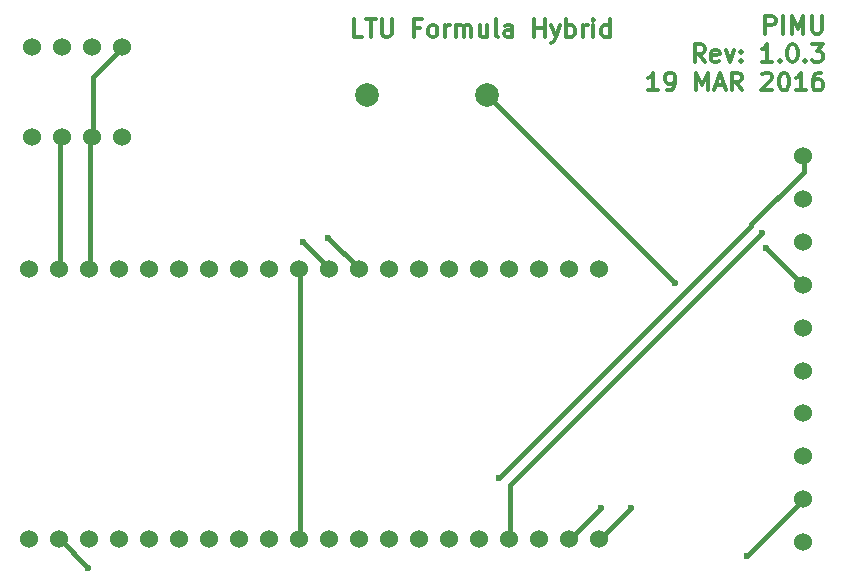
<source format=gtl>
G04 #@! TF.FileFunction,Copper,L1,Top,Signal*
%FSLAX46Y46*%
G04 Gerber Fmt 4.6, Leading zero omitted, Abs format (unit mm)*
G04 Created by KiCad (PCBNEW 4.0.0-rc2-stable) date 3/19/2016 11:55:38 AM*
%MOMM*%
G01*
G04 APERTURE LIST*
%ADD10C,0.600000*%
%ADD11C,0.300000*%
%ADD12C,1.524000*%
%ADD13C,1.998980*%
%ADD14C,0.600000*%
%ADD15C,0.400000*%
G04 APERTURE END LIST*
D10*
D11*
X178655498Y-94780491D02*
X177941212Y-94780491D01*
X177941212Y-93280491D01*
X178941212Y-93280491D02*
X179798355Y-93280491D01*
X179369784Y-94780491D02*
X179369784Y-93280491D01*
X180298355Y-93280491D02*
X180298355Y-94494777D01*
X180369783Y-94637634D01*
X180441212Y-94709063D01*
X180584069Y-94780491D01*
X180869783Y-94780491D01*
X181012641Y-94709063D01*
X181084069Y-94637634D01*
X181155498Y-94494777D01*
X181155498Y-93280491D01*
X183512641Y-93994777D02*
X183012641Y-93994777D01*
X183012641Y-94780491D02*
X183012641Y-93280491D01*
X183726927Y-93280491D01*
X184512641Y-94780491D02*
X184369783Y-94709063D01*
X184298355Y-94637634D01*
X184226926Y-94494777D01*
X184226926Y-94066206D01*
X184298355Y-93923349D01*
X184369783Y-93851920D01*
X184512641Y-93780491D01*
X184726926Y-93780491D01*
X184869783Y-93851920D01*
X184941212Y-93923349D01*
X185012641Y-94066206D01*
X185012641Y-94494777D01*
X184941212Y-94637634D01*
X184869783Y-94709063D01*
X184726926Y-94780491D01*
X184512641Y-94780491D01*
X185655498Y-94780491D02*
X185655498Y-93780491D01*
X185655498Y-94066206D02*
X185726926Y-93923349D01*
X185798355Y-93851920D01*
X185941212Y-93780491D01*
X186084069Y-93780491D01*
X186584069Y-94780491D02*
X186584069Y-93780491D01*
X186584069Y-93923349D02*
X186655497Y-93851920D01*
X186798355Y-93780491D01*
X187012640Y-93780491D01*
X187155497Y-93851920D01*
X187226926Y-93994777D01*
X187226926Y-94780491D01*
X187226926Y-93994777D02*
X187298355Y-93851920D01*
X187441212Y-93780491D01*
X187655497Y-93780491D01*
X187798355Y-93851920D01*
X187869783Y-93994777D01*
X187869783Y-94780491D01*
X189226926Y-93780491D02*
X189226926Y-94780491D01*
X188584069Y-93780491D02*
X188584069Y-94566206D01*
X188655497Y-94709063D01*
X188798355Y-94780491D01*
X189012640Y-94780491D01*
X189155497Y-94709063D01*
X189226926Y-94637634D01*
X190155498Y-94780491D02*
X190012640Y-94709063D01*
X189941212Y-94566206D01*
X189941212Y-93280491D01*
X191369783Y-94780491D02*
X191369783Y-93994777D01*
X191298354Y-93851920D01*
X191155497Y-93780491D01*
X190869783Y-93780491D01*
X190726926Y-93851920D01*
X191369783Y-94709063D02*
X191226926Y-94780491D01*
X190869783Y-94780491D01*
X190726926Y-94709063D01*
X190655497Y-94566206D01*
X190655497Y-94423349D01*
X190726926Y-94280491D01*
X190869783Y-94209063D01*
X191226926Y-94209063D01*
X191369783Y-94137634D01*
X193226926Y-94780491D02*
X193226926Y-93280491D01*
X193226926Y-93994777D02*
X194084069Y-93994777D01*
X194084069Y-94780491D02*
X194084069Y-93280491D01*
X194655498Y-93780491D02*
X195012641Y-94780491D01*
X195369783Y-93780491D02*
X195012641Y-94780491D01*
X194869783Y-95137634D01*
X194798355Y-95209063D01*
X194655498Y-95280491D01*
X195941212Y-94780491D02*
X195941212Y-93280491D01*
X195941212Y-93851920D02*
X196084069Y-93780491D01*
X196369783Y-93780491D01*
X196512640Y-93851920D01*
X196584069Y-93923349D01*
X196655498Y-94066206D01*
X196655498Y-94494777D01*
X196584069Y-94637634D01*
X196512640Y-94709063D01*
X196369783Y-94780491D01*
X196084069Y-94780491D01*
X195941212Y-94709063D01*
X197298355Y-94780491D02*
X197298355Y-93780491D01*
X197298355Y-94066206D02*
X197369783Y-93923349D01*
X197441212Y-93851920D01*
X197584069Y-93780491D01*
X197726926Y-93780491D01*
X198226926Y-94780491D02*
X198226926Y-93780491D01*
X198226926Y-93280491D02*
X198155497Y-93351920D01*
X198226926Y-93423349D01*
X198298354Y-93351920D01*
X198226926Y-93280491D01*
X198226926Y-93423349D01*
X199584069Y-94780491D02*
X199584069Y-93280491D01*
X199584069Y-94709063D02*
X199441212Y-94780491D01*
X199155498Y-94780491D01*
X199012640Y-94709063D01*
X198941212Y-94637634D01*
X198869783Y-94494777D01*
X198869783Y-94066206D01*
X198941212Y-93923349D01*
X199012640Y-93851920D01*
X199155498Y-93780491D01*
X199441212Y-93780491D01*
X199584069Y-93851920D01*
X212789142Y-94503931D02*
X212789142Y-93003931D01*
X213360570Y-93003931D01*
X213503428Y-93075360D01*
X213574856Y-93146789D01*
X213646285Y-93289646D01*
X213646285Y-93503931D01*
X213574856Y-93646789D01*
X213503428Y-93718217D01*
X213360570Y-93789646D01*
X212789142Y-93789646D01*
X214289142Y-94503931D02*
X214289142Y-93003931D01*
X215003428Y-94503931D02*
X215003428Y-93003931D01*
X215503428Y-94075360D01*
X216003428Y-93003931D01*
X216003428Y-94503931D01*
X216717714Y-93003931D02*
X216717714Y-94218217D01*
X216789142Y-94361074D01*
X216860571Y-94432503D01*
X217003428Y-94503931D01*
X217289142Y-94503931D01*
X217432000Y-94432503D01*
X217503428Y-94361074D01*
X217574857Y-94218217D01*
X217574857Y-93003931D01*
X207646287Y-96903931D02*
X207146287Y-96189646D01*
X206789144Y-96903931D02*
X206789144Y-95403931D01*
X207360572Y-95403931D01*
X207503430Y-95475360D01*
X207574858Y-95546789D01*
X207646287Y-95689646D01*
X207646287Y-95903931D01*
X207574858Y-96046789D01*
X207503430Y-96118217D01*
X207360572Y-96189646D01*
X206789144Y-96189646D01*
X208860572Y-96832503D02*
X208717715Y-96903931D01*
X208432001Y-96903931D01*
X208289144Y-96832503D01*
X208217715Y-96689646D01*
X208217715Y-96118217D01*
X208289144Y-95975360D01*
X208432001Y-95903931D01*
X208717715Y-95903931D01*
X208860572Y-95975360D01*
X208932001Y-96118217D01*
X208932001Y-96261074D01*
X208217715Y-96403931D01*
X209432001Y-95903931D02*
X209789144Y-96903931D01*
X210146286Y-95903931D01*
X210717715Y-96761074D02*
X210789143Y-96832503D01*
X210717715Y-96903931D01*
X210646286Y-96832503D01*
X210717715Y-96761074D01*
X210717715Y-96903931D01*
X210717715Y-95975360D02*
X210789143Y-96046789D01*
X210717715Y-96118217D01*
X210646286Y-96046789D01*
X210717715Y-95975360D01*
X210717715Y-96118217D01*
X213360572Y-96903931D02*
X212503429Y-96903931D01*
X212932001Y-96903931D02*
X212932001Y-95403931D01*
X212789144Y-95618217D01*
X212646286Y-95761074D01*
X212503429Y-95832503D01*
X214003429Y-96761074D02*
X214074857Y-96832503D01*
X214003429Y-96903931D01*
X213932000Y-96832503D01*
X214003429Y-96761074D01*
X214003429Y-96903931D01*
X215003429Y-95403931D02*
X215146286Y-95403931D01*
X215289143Y-95475360D01*
X215360572Y-95546789D01*
X215432001Y-95689646D01*
X215503429Y-95975360D01*
X215503429Y-96332503D01*
X215432001Y-96618217D01*
X215360572Y-96761074D01*
X215289143Y-96832503D01*
X215146286Y-96903931D01*
X215003429Y-96903931D01*
X214860572Y-96832503D01*
X214789143Y-96761074D01*
X214717715Y-96618217D01*
X214646286Y-96332503D01*
X214646286Y-95975360D01*
X214717715Y-95689646D01*
X214789143Y-95546789D01*
X214860572Y-95475360D01*
X215003429Y-95403931D01*
X216146286Y-96761074D02*
X216217714Y-96832503D01*
X216146286Y-96903931D01*
X216074857Y-96832503D01*
X216146286Y-96761074D01*
X216146286Y-96903931D01*
X216717715Y-95403931D02*
X217646286Y-95403931D01*
X217146286Y-95975360D01*
X217360572Y-95975360D01*
X217503429Y-96046789D01*
X217574858Y-96118217D01*
X217646286Y-96261074D01*
X217646286Y-96618217D01*
X217574858Y-96761074D01*
X217503429Y-96832503D01*
X217360572Y-96903931D01*
X216932000Y-96903931D01*
X216789143Y-96832503D01*
X216717715Y-96761074D01*
X203717717Y-99303931D02*
X202860574Y-99303931D01*
X203289146Y-99303931D02*
X203289146Y-97803931D01*
X203146289Y-98018217D01*
X203003431Y-98161074D01*
X202860574Y-98232503D01*
X204432002Y-99303931D02*
X204717717Y-99303931D01*
X204860574Y-99232503D01*
X204932002Y-99161074D01*
X205074860Y-98946789D01*
X205146288Y-98661074D01*
X205146288Y-98089646D01*
X205074860Y-97946789D01*
X205003431Y-97875360D01*
X204860574Y-97803931D01*
X204574860Y-97803931D01*
X204432002Y-97875360D01*
X204360574Y-97946789D01*
X204289145Y-98089646D01*
X204289145Y-98446789D01*
X204360574Y-98589646D01*
X204432002Y-98661074D01*
X204574860Y-98732503D01*
X204860574Y-98732503D01*
X205003431Y-98661074D01*
X205074860Y-98589646D01*
X205146288Y-98446789D01*
X206932002Y-99303931D02*
X206932002Y-97803931D01*
X207432002Y-98875360D01*
X207932002Y-97803931D01*
X207932002Y-99303931D01*
X208574859Y-98875360D02*
X209289145Y-98875360D01*
X208432002Y-99303931D02*
X208932002Y-97803931D01*
X209432002Y-99303931D01*
X210789145Y-99303931D02*
X210289145Y-98589646D01*
X209932002Y-99303931D02*
X209932002Y-97803931D01*
X210503430Y-97803931D01*
X210646288Y-97875360D01*
X210717716Y-97946789D01*
X210789145Y-98089646D01*
X210789145Y-98303931D01*
X210717716Y-98446789D01*
X210646288Y-98518217D01*
X210503430Y-98589646D01*
X209932002Y-98589646D01*
X212503430Y-97946789D02*
X212574859Y-97875360D01*
X212717716Y-97803931D01*
X213074859Y-97803931D01*
X213217716Y-97875360D01*
X213289145Y-97946789D01*
X213360573Y-98089646D01*
X213360573Y-98232503D01*
X213289145Y-98446789D01*
X212432002Y-99303931D01*
X213360573Y-99303931D01*
X214289144Y-97803931D02*
X214432001Y-97803931D01*
X214574858Y-97875360D01*
X214646287Y-97946789D01*
X214717716Y-98089646D01*
X214789144Y-98375360D01*
X214789144Y-98732503D01*
X214717716Y-99018217D01*
X214646287Y-99161074D01*
X214574858Y-99232503D01*
X214432001Y-99303931D01*
X214289144Y-99303931D01*
X214146287Y-99232503D01*
X214074858Y-99161074D01*
X214003430Y-99018217D01*
X213932001Y-98732503D01*
X213932001Y-98375360D01*
X214003430Y-98089646D01*
X214074858Y-97946789D01*
X214146287Y-97875360D01*
X214289144Y-97803931D01*
X216217715Y-99303931D02*
X215360572Y-99303931D01*
X215789144Y-99303931D02*
X215789144Y-97803931D01*
X215646287Y-98018217D01*
X215503429Y-98161074D01*
X215360572Y-98232503D01*
X217503429Y-97803931D02*
X217217715Y-97803931D01*
X217074858Y-97875360D01*
X217003429Y-97946789D01*
X216860572Y-98161074D01*
X216789143Y-98446789D01*
X216789143Y-99018217D01*
X216860572Y-99161074D01*
X216932000Y-99232503D01*
X217074858Y-99303931D01*
X217360572Y-99303931D01*
X217503429Y-99232503D01*
X217574858Y-99161074D01*
X217646286Y-99018217D01*
X217646286Y-98661074D01*
X217574858Y-98518217D01*
X217503429Y-98446789D01*
X217360572Y-98375360D01*
X217074858Y-98375360D01*
X216932000Y-98446789D01*
X216860572Y-98518217D01*
X216789143Y-98661074D01*
D12*
X150444200Y-137302240D03*
X152984200Y-137302240D03*
X155524200Y-137302240D03*
X158064200Y-137302240D03*
X160604200Y-137302240D03*
X163144200Y-137302240D03*
X165684200Y-137302240D03*
X168224200Y-137302240D03*
X170764200Y-137302240D03*
X173304200Y-137302240D03*
X175844200Y-137302240D03*
X178384200Y-137302240D03*
X180924200Y-137302240D03*
X183464200Y-137302240D03*
X186004200Y-137302240D03*
X188544200Y-137302240D03*
X191084200Y-137302240D03*
X193624200Y-137302240D03*
X196164200Y-137302240D03*
X198704200Y-137302240D03*
X198704200Y-114442240D03*
X196164200Y-114442240D03*
X193624200Y-114442240D03*
X191084200Y-114442240D03*
X188544200Y-114442240D03*
X186004200Y-114442240D03*
X183464200Y-114442240D03*
X180924200Y-114442240D03*
X178384200Y-114442240D03*
X175844200Y-114442240D03*
X173304200Y-114442240D03*
X170764200Y-114442240D03*
X168224200Y-114442240D03*
X165684200Y-114442240D03*
X163144200Y-114442240D03*
X160604200Y-114442240D03*
X158064200Y-114442240D03*
X155524200Y-114442240D03*
X152984200Y-114442240D03*
X150444200Y-114442240D03*
X150698200Y-103251000D03*
X153238200Y-103251000D03*
X155778200Y-103251000D03*
X158318200Y-103251000D03*
X150698200Y-95631000D03*
X153238200Y-95631000D03*
X155778200Y-95631000D03*
X158318200Y-95631000D03*
X215973660Y-137541000D03*
X215973660Y-133911000D03*
X215973660Y-130281000D03*
X215973660Y-126651000D03*
X215973660Y-123021000D03*
X215973660Y-119391000D03*
X215973660Y-115761000D03*
X215973660Y-112131000D03*
X215973660Y-108501000D03*
X215973660Y-104871000D03*
D13*
X189179200Y-99695000D03*
X179019200Y-99695000D03*
D14*
X155448000Y-139700000D03*
X211201000Y-138684000D03*
X175768000Y-111760000D03*
X173609000Y-112141000D03*
X212852000Y-112649000D03*
X205105000Y-115570000D03*
X212471000Y-111379000D03*
X198882000Y-134620000D03*
X201422000Y-134620000D03*
X190246000Y-132080000D03*
D15*
X173304200Y-114442240D02*
X173355000Y-114427000D01*
X173355000Y-114427000D02*
X173355000Y-137287000D01*
X173355000Y-137287000D02*
X173304200Y-137302240D01*
X158318200Y-95631000D02*
X158369000Y-95631000D01*
X158369000Y-95631000D02*
X155829000Y-98171000D01*
X155829000Y-98171000D02*
X155829000Y-103251000D01*
X155829000Y-103251000D02*
X155778200Y-103251000D01*
X155778200Y-103251000D02*
X155829000Y-103251000D01*
X155829000Y-103251000D02*
X155575000Y-103505000D01*
X155575000Y-103505000D02*
X155575000Y-114427000D01*
X155575000Y-114427000D02*
X155524200Y-114442240D01*
X152984200Y-137302240D02*
X153035000Y-137287000D01*
X153035000Y-137287000D02*
X155448000Y-139700000D01*
X211201000Y-138684000D02*
X216027000Y-133858000D01*
X216027000Y-133858000D02*
X215973660Y-133911000D01*
X178384200Y-114442240D02*
X178435000Y-114427000D01*
X178435000Y-114427000D02*
X175768000Y-111760000D01*
X173609000Y-112141000D02*
X175895000Y-114427000D01*
X175895000Y-114427000D02*
X175844200Y-114442240D01*
X153238200Y-103251000D02*
X153289000Y-103251000D01*
X153289000Y-103251000D02*
X153035000Y-103505000D01*
X153035000Y-103505000D02*
X153035000Y-114427000D01*
X153035000Y-114427000D02*
X152984200Y-114442240D01*
X212852000Y-112649000D02*
X216027000Y-115824000D01*
X216027000Y-115824000D02*
X215973660Y-115761000D01*
X189179200Y-99695000D02*
X189230000Y-99695000D01*
X189230000Y-99695000D02*
X205105000Y-115570000D01*
X212471000Y-111379000D02*
X191135000Y-132715000D01*
X191135000Y-132715000D02*
X191135000Y-137287000D01*
X191135000Y-137287000D02*
X191084200Y-137302240D01*
X196164200Y-137302240D02*
X196215000Y-137287000D01*
X196215000Y-137287000D02*
X198882000Y-134620000D01*
X198704200Y-137302240D02*
X198755000Y-137287000D01*
X198755000Y-137287000D02*
X201422000Y-134620000D01*
X190246000Y-132080000D02*
X211582000Y-110744000D01*
X211582000Y-110744000D02*
X211582000Y-110617000D01*
X211582000Y-110617000D02*
X216027000Y-106172000D01*
X216027000Y-106172000D02*
X216027000Y-104902000D01*
X216027000Y-104902000D02*
X215973660Y-104871000D01*
M02*

</source>
